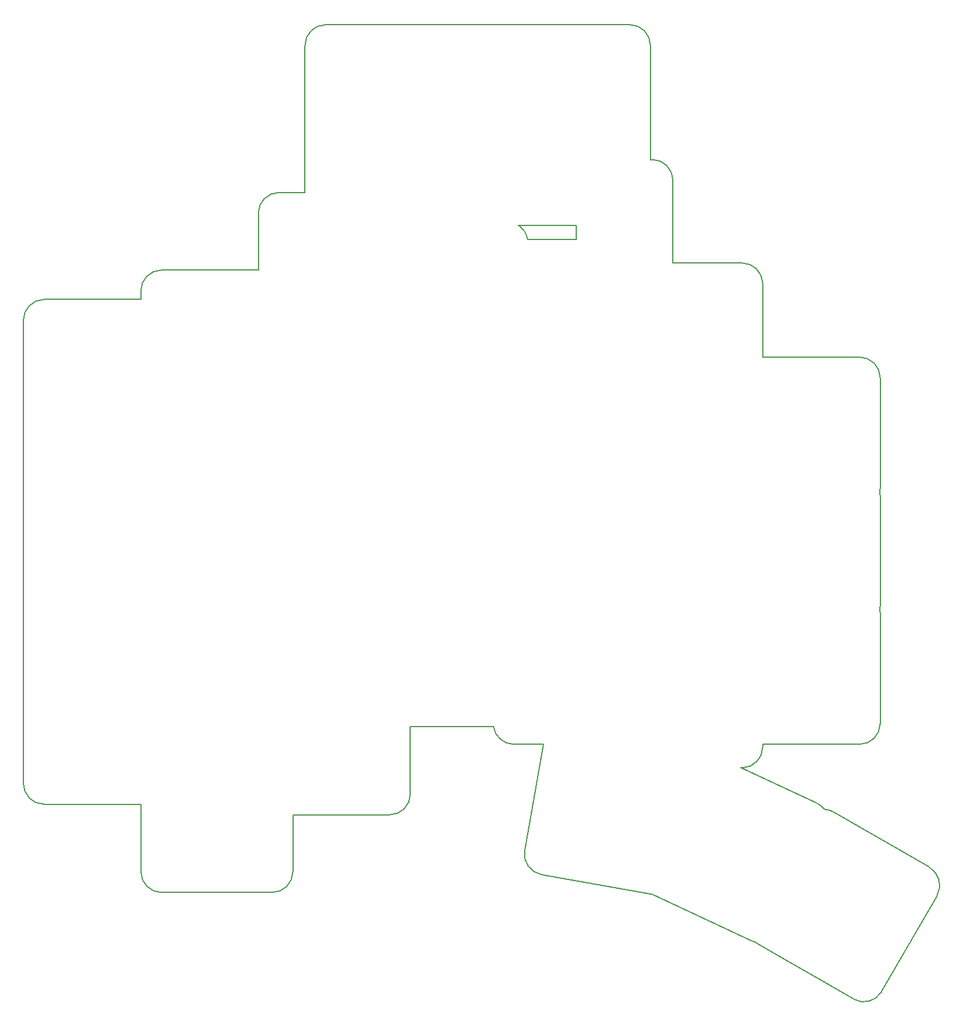
<source format=gm1>
G04 #@! TF.GenerationSoftware,KiCad,Pcbnew,8.0.8+1*
G04 #@! TF.CreationDate,2025-08-10T15:44:02+00:00*
G04 #@! TF.ProjectId,left_pcb,6c656674-5f70-4636-922e-6b696361645f,v0.2*
G04 #@! TF.SameCoordinates,Original*
G04 #@! TF.FileFunction,Profile,NP*
%FSLAX46Y46*%
G04 Gerber Fmt 4.6, Leading zero omitted, Abs format (unit mm)*
G04 Created by KiCad (PCBNEW 8.0.8+1) date 2025-08-10 15:44:02*
%MOMM*%
%LPD*%
G01*
G04 APERTURE LIST*
G04 #@! TA.AperFunction,Profile*
%ADD10C,0.150000*%
G04 #@! TD*
G04 APERTURE END LIST*
D10*
X63000000Y-153750000D02*
X63000000Y-145530000D01*
X27000000Y-144000000D02*
X41000000Y-144000000D01*
X147958040Y-115830000D02*
G75*
G02*
X148000006Y-116330000I-2957640J-500000D01*
G01*
X95000000Y-135330000D02*
G75*
G02*
X92033942Y-132780000I0J3000000D01*
G01*
X131000000Y-135730000D02*
G75*
G02*
X128000000Y-138730000I-3000000J0D01*
G01*
X131000000Y-135730000D02*
X131000000Y-135330000D01*
X99267781Y-135330000D02*
X96557929Y-150698332D01*
X130265101Y-164176449D02*
G75*
G02*
X129938503Y-163958194I1500299J2598549D01*
G01*
X128000000Y-65730000D02*
X118000000Y-65730000D01*
X131000000Y-79330000D02*
X131000000Y-68730000D01*
X148219584Y-171078373D02*
X156219584Y-157221967D01*
X64750000Y-55530000D02*
X61000000Y-55530000D01*
X24041960Y-124500000D02*
G75*
G02*
X23999994Y-124000000I2957640J500000D01*
G01*
X41000000Y-69750000D02*
G75*
G02*
X44000000Y-66750000I3000000J0D01*
G01*
X41000000Y-71000000D02*
X27000000Y-71000000D01*
X148219584Y-171078373D02*
G75*
G02*
X144121498Y-172176467I-2598084J1499973D01*
G01*
X104000000Y-62330000D02*
X96966058Y-62330000D01*
X44000000Y-156750000D02*
G75*
G02*
X41000000Y-153750000I0J3000000D01*
G01*
X118000000Y-65730000D02*
X118000000Y-53770000D01*
X41000000Y-69750000D02*
X41000000Y-71000000D01*
X127832053Y-138730000D02*
X128000000Y-138730000D01*
X111750000Y-31270000D02*
G75*
G02*
X114750000Y-34270000I0J-3000000D01*
G01*
X24000000Y-108000000D02*
G75*
G02*
X24041957Y-107500000I3000200J0D01*
G01*
X63000000Y-153750000D02*
G75*
G02*
X60000000Y-156750000I-3000000J0D01*
G01*
X41000000Y-144000000D02*
X41000000Y-153750000D01*
X24000000Y-91000000D02*
G75*
G02*
X24041957Y-90500000I3000200J0D01*
G01*
X148000000Y-132330000D02*
X148000000Y-116330000D01*
X115071465Y-157053954D02*
G75*
G02*
X114918093Y-156977020I1265735J2714654D01*
G01*
X148000000Y-115330000D02*
X148000000Y-99330000D01*
X24041960Y-90500000D02*
G75*
G02*
X23999994Y-90000000I2957640J500000D01*
G01*
X148000000Y-115330000D02*
G75*
G02*
X147958043Y-115830000I-3000200J0D01*
G01*
X80000000Y-142530000D02*
G75*
G02*
X77000000Y-145530000I-3000000J0D01*
G01*
X24000000Y-125000000D02*
G75*
G02*
X24041957Y-124500000I3000200J0D01*
G01*
X63000000Y-145530000D02*
X77000000Y-145530000D01*
X24000000Y-74000000D02*
G75*
G02*
X27000000Y-71000000I3000000J0D01*
G01*
X114750000Y-50770000D02*
X114750000Y-34270000D01*
X148000000Y-98330000D02*
G75*
G02*
X147958043Y-98830000I-3000200J0D01*
G01*
X155121508Y-153123891D02*
X141265102Y-145123891D01*
X64750000Y-34270000D02*
G75*
G02*
X67750000Y-31270000I3000000J0D01*
G01*
X44000000Y-156750000D02*
X60000000Y-156750000D01*
X24041960Y-107500000D02*
G75*
G02*
X23999994Y-107000000I2957640J500000D01*
G01*
X115071465Y-157053954D02*
X129572389Y-163815846D01*
X145000000Y-79330000D02*
G75*
G02*
X148000000Y-82330000I0J-3000000D01*
G01*
X24000000Y-125000000D02*
X24000000Y-141000000D01*
X27000000Y-144000000D02*
G75*
G02*
X24000000Y-141000000I0J3000000D01*
G01*
X115000000Y-50770000D02*
X114750000Y-50770000D01*
X111750000Y-31270000D02*
X67750000Y-31270000D01*
X24000000Y-74000000D02*
X24000000Y-90000000D01*
X95643137Y-60270000D02*
X104000000Y-60270000D01*
X145000000Y-79330000D02*
X131000000Y-79330000D01*
X58000000Y-58530000D02*
X58000000Y-66750000D01*
X131000000Y-135330000D02*
X145000000Y-135330000D01*
X148000000Y-98330000D02*
X148000000Y-82330000D01*
X129938504Y-163958193D02*
G75*
G02*
X129572387Y-163815851I902096J2862293D01*
G01*
X128000000Y-65730000D02*
G75*
G02*
X131000000Y-68730000I0J-3000000D01*
G01*
X80000000Y-132780000D02*
X92033942Y-132780000D01*
X104000000Y-60270000D02*
X104000000Y-62330000D01*
X98991408Y-154173700D02*
X114748332Y-156952071D01*
X115000000Y-50770000D02*
G75*
G02*
X118000000Y-53770000I0J-3000000D01*
G01*
X58000000Y-58530000D02*
G75*
G02*
X61000000Y-55530000I3000000J0D01*
G01*
X138869991Y-143877075D02*
G75*
G02*
X139949309Y-144727622I-1267991J-2719125D01*
G01*
X148000000Y-132330000D02*
G75*
G02*
X145000000Y-135330000I-3000000J0D01*
G01*
X95643137Y-60270000D02*
G75*
G02*
X96966058Y-62330000I-1643137J-2510000D01*
G01*
X147958040Y-98830000D02*
G75*
G02*
X148000006Y-99330000I-2957640J-500000D01*
G01*
X58000000Y-66750000D02*
X44000000Y-66750000D01*
X80000000Y-142530000D02*
X80000000Y-132780000D01*
X138869991Y-143877075D02*
X127832053Y-138730000D01*
X24000000Y-91000000D02*
X24000000Y-107000000D01*
X114918093Y-156977022D02*
G75*
G02*
X114748332Y-156952070I351007J2978022D01*
G01*
X98991408Y-154173700D02*
G75*
G02*
X96557960Y-150698337I521092J2954500D01*
G01*
X24000000Y-108000000D02*
X24000000Y-124000000D01*
X130265101Y-164176449D02*
X144121508Y-172176449D01*
X155121508Y-153123890D02*
G75*
G02*
X156219653Y-157222007I-1499908J-2598110D01*
G01*
X64750000Y-34270000D02*
X64750000Y-55530000D01*
X95000000Y-135330000D02*
X99267781Y-135330000D01*
X139949302Y-144727627D02*
G75*
G02*
X141265097Y-145123899I-184202J-2994273D01*
G01*
M02*

</source>
